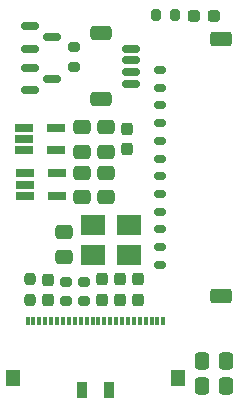
<source format=gbr>
%TF.GenerationSoftware,KiCad,Pcbnew,7.0.1*%
%TF.CreationDate,2024-03-13T19:30:43-07:00*%
%TF.ProjectId,camera_v1,63616d65-7261-45f7-9631-2e6b69636164,rev?*%
%TF.SameCoordinates,Original*%
%TF.FileFunction,Paste,Top*%
%TF.FilePolarity,Positive*%
%FSLAX46Y46*%
G04 Gerber Fmt 4.6, Leading zero omitted, Abs format (unit mm)*
G04 Created by KiCad (PCBNEW 7.0.1) date 2024-03-13 19:30:43*
%MOMM*%
%LPD*%
G01*
G04 APERTURE LIST*
G04 Aperture macros list*
%AMRoundRect*
0 Rectangle with rounded corners*
0 $1 Rounding radius*
0 $2 $3 $4 $5 $6 $7 $8 $9 X,Y pos of 4 corners*
0 Add a 4 corners polygon primitive as box body*
4,1,4,$2,$3,$4,$5,$6,$7,$8,$9,$2,$3,0*
0 Add four circle primitives for the rounded corners*
1,1,$1+$1,$2,$3*
1,1,$1+$1,$4,$5*
1,1,$1+$1,$6,$7*
1,1,$1+$1,$8,$9*
0 Add four rect primitives between the rounded corners*
20,1,$1+$1,$2,$3,$4,$5,0*
20,1,$1+$1,$4,$5,$6,$7,0*
20,1,$1+$1,$6,$7,$8,$9,0*
20,1,$1+$1,$8,$9,$2,$3,0*%
G04 Aperture macros list end*
%ADD10RoundRect,0.200000X-0.275000X0.200000X-0.275000X-0.200000X0.275000X-0.200000X0.275000X0.200000X0*%
%ADD11RoundRect,0.150000X-0.587500X-0.150000X0.587500X-0.150000X0.587500X0.150000X-0.587500X0.150000X0*%
%ADD12RoundRect,0.250000X-0.475000X0.337500X-0.475000X-0.337500X0.475000X-0.337500X0.475000X0.337500X0*%
%ADD13R,2.100000X1.800000*%
%ADD14RoundRect,0.237500X-0.237500X0.300000X-0.237500X-0.300000X0.237500X-0.300000X0.237500X0.300000X0*%
%ADD15RoundRect,0.250000X0.475000X-0.337500X0.475000X0.337500X-0.475000X0.337500X-0.475000X-0.337500X0*%
%ADD16RoundRect,0.237500X0.237500X-0.300000X0.237500X0.300000X-0.237500X0.300000X-0.237500X-0.300000X0*%
%ADD17RoundRect,0.250000X-0.337500X-0.475000X0.337500X-0.475000X0.337500X0.475000X-0.337500X0.475000X0*%
%ADD18RoundRect,0.150000X0.350000X-0.150000X0.350000X0.150000X-0.350000X0.150000X-0.350000X-0.150000X0*%
%ADD19RoundRect,0.250000X0.650000X-0.375000X0.650000X0.375000X-0.650000X0.375000X-0.650000X-0.375000X0*%
%ADD20RoundRect,0.200000X0.275000X-0.200000X0.275000X0.200000X-0.275000X0.200000X-0.275000X-0.200000X0*%
%ADD21R,1.560000X0.650000*%
%ADD22RoundRect,0.237500X-0.237500X0.250000X-0.237500X-0.250000X0.237500X-0.250000X0.237500X0.250000X0*%
%ADD23RoundRect,0.237500X0.287500X0.237500X-0.287500X0.237500X-0.287500X-0.237500X0.287500X-0.237500X0*%
%ADD24R,0.300000X0.800000*%
%ADD25R,1.220000X1.400000*%
%ADD26R,0.850000X1.400000*%
%ADD27RoundRect,0.150000X0.625000X-0.150000X0.625000X0.150000X-0.625000X0.150000X-0.625000X-0.150000X0*%
%ADD28RoundRect,0.250000X0.650000X-0.350000X0.650000X0.350000X-0.650000X0.350000X-0.650000X-0.350000X0*%
%ADD29RoundRect,0.200000X-0.200000X-0.275000X0.200000X-0.275000X0.200000X0.275000X-0.200000X0.275000X0*%
G04 APERTURE END LIST*
D10*
%TO.C,R1*%
X154300000Y-111755000D03*
X154300000Y-113405000D03*
%TD*%
D11*
%TO.C,Q2*%
X150530000Y-113500000D03*
X150530000Y-115400000D03*
X152405000Y-114450000D03*
%TD*%
%TO.C,Q1*%
X150530000Y-109960000D03*
X150530000Y-111860000D03*
X152405000Y-110910000D03*
%TD*%
D12*
%TO.C,C2*%
X154950000Y-118522500D03*
X154950000Y-120597500D03*
%TD*%
D13*
%TO.C,OSC1*%
X158960000Y-126820000D03*
X155860000Y-126820000D03*
X155860000Y-129320000D03*
X158960000Y-129320000D03*
%TD*%
D14*
%TO.C,C1*%
X158790000Y-118660000D03*
X158790000Y-120385000D03*
%TD*%
D15*
%TO.C,C6*%
X153400000Y-129487500D03*
X153400000Y-127412500D03*
%TD*%
D16*
%TO.C,C12*%
X159700000Y-133122500D03*
X159700000Y-131397500D03*
%TD*%
D17*
%TO.C,C4*%
X165095000Y-140390000D03*
X167170000Y-140390000D03*
%TD*%
D18*
%TO.C,J7*%
X161510000Y-130165000D03*
X161510000Y-128665000D03*
X161510000Y-127165000D03*
X161510000Y-125665000D03*
X161510000Y-124165000D03*
X161510000Y-122665000D03*
X161510000Y-121165000D03*
X161510000Y-119665000D03*
X161510000Y-118165000D03*
X161510000Y-116665000D03*
X161510000Y-115165000D03*
X161510000Y-113665000D03*
D19*
X166700000Y-132770000D03*
X166700000Y-111060000D03*
%TD*%
D20*
%TO.C,R7*%
X155110000Y-133260000D03*
X155110000Y-131610000D03*
%TD*%
D21*
%TO.C,U3*%
X150100000Y-122427500D03*
X150100000Y-123377500D03*
X150100000Y-124327500D03*
X152800000Y-124327500D03*
X152800000Y-122427500D03*
%TD*%
D16*
%TO.C,C9*%
X158170000Y-133122500D03*
X158170000Y-131397500D03*
%TD*%
D21*
%TO.C,U2*%
X150070000Y-118562500D03*
X150070000Y-119512500D03*
X150070000Y-120462500D03*
X152770000Y-120462500D03*
X152770000Y-118562500D03*
%TD*%
D22*
%TO.C,FB1*%
X150510000Y-131355000D03*
X150510000Y-133180000D03*
%TD*%
D16*
%TO.C,C11*%
X152040000Y-133130000D03*
X152040000Y-131405000D03*
%TD*%
D12*
%TO.C,C3*%
X157000000Y-118515000D03*
X157000000Y-120590000D03*
%TD*%
%TO.C,C7*%
X157000000Y-122370000D03*
X157000000Y-124445000D03*
%TD*%
D16*
%TO.C,C10*%
X156640000Y-133120000D03*
X156640000Y-131395000D03*
%TD*%
D23*
%TO.C,D1*%
X166150000Y-109060000D03*
X164400000Y-109060000D03*
%TD*%
D24*
%TO.C,X1*%
X150330000Y-134900000D03*
X150830000Y-134900000D03*
X151330000Y-134900000D03*
X151830000Y-134900000D03*
X152330000Y-134900000D03*
X152830000Y-134900000D03*
X153330000Y-134900000D03*
X153830000Y-134900000D03*
X154330000Y-134900000D03*
X154830000Y-134900000D03*
X155330000Y-134900000D03*
X155830000Y-134900000D03*
X156330000Y-134900000D03*
X156830000Y-134900000D03*
X157330000Y-134900000D03*
X157830000Y-134900000D03*
X158330000Y-134900000D03*
X158830000Y-134900000D03*
X159330000Y-134900000D03*
X159830000Y-134900000D03*
X160330000Y-134900000D03*
X160830000Y-134900000D03*
X161330000Y-134900000D03*
X161830000Y-134900000D03*
D25*
X149090000Y-139750000D03*
D26*
X154905000Y-140760000D03*
X157255000Y-140760000D03*
D25*
X163070000Y-139750000D03*
%TD*%
D12*
%TO.C,C8*%
X154950000Y-122380000D03*
X154950000Y-124455000D03*
%TD*%
D27*
%TO.C,J8*%
X159050000Y-114857500D03*
X159050000Y-113857500D03*
X159050000Y-112857500D03*
X159050000Y-111857500D03*
D28*
X156525000Y-116157500D03*
X156525000Y-110557500D03*
%TD*%
D29*
%TO.C,R5*%
X161170000Y-109050000D03*
X162820000Y-109050000D03*
%TD*%
D10*
%TO.C,R6*%
X153570000Y-131605000D03*
X153570000Y-133255000D03*
%TD*%
D17*
%TO.C,C5*%
X165095000Y-138340000D03*
X167170000Y-138340000D03*
%TD*%
M02*

</source>
